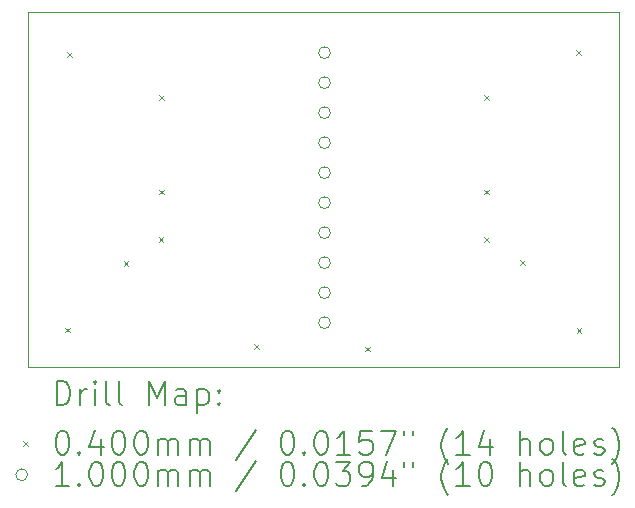
<source format=gbr>
%TF.GenerationSoftware,KiCad,Pcbnew,7.0.2*%
%TF.CreationDate,2023-11-04T13:59:20-04:00*%
%TF.ProjectId,AntSniffer,416e7453-6e69-4666-9665-722e6b696361,rev?*%
%TF.SameCoordinates,Original*%
%TF.FileFunction,Drillmap*%
%TF.FilePolarity,Positive*%
%FSLAX45Y45*%
G04 Gerber Fmt 4.5, Leading zero omitted, Abs format (unit mm)*
G04 Created by KiCad (PCBNEW 7.0.2) date 2023-11-04 13:59:20*
%MOMM*%
%LPD*%
G01*
G04 APERTURE LIST*
%ADD10C,0.100000*%
%ADD11C,0.200000*%
%ADD12C,0.040000*%
G04 APERTURE END LIST*
D10*
X14348460Y-4254500D02*
X19354800Y-4254500D01*
X19354800Y-7261860D01*
X14348460Y-7261860D01*
X14348460Y-4254500D01*
D11*
D12*
X14663740Y-6924360D02*
X14703740Y-6964360D01*
X14703740Y-6924360D02*
X14663740Y-6964360D01*
X14681520Y-4592640D02*
X14721520Y-4632640D01*
X14721520Y-4592640D02*
X14681520Y-4632640D01*
X15156500Y-6360480D02*
X15196500Y-6400480D01*
X15196500Y-6360480D02*
X15156500Y-6400480D01*
X15453680Y-6157180D02*
X15493680Y-6197180D01*
X15493680Y-6157180D02*
X15453680Y-6197180D01*
X15456220Y-4957180D02*
X15496220Y-4997180D01*
X15496220Y-4957180D02*
X15456220Y-4997180D01*
X15456220Y-5757180D02*
X15496220Y-5797180D01*
X15496220Y-5757180D02*
X15456220Y-5797180D01*
X16261400Y-7064060D02*
X16301400Y-7104060D01*
X16301400Y-7064060D02*
X16261400Y-7104060D01*
X17201200Y-7086920D02*
X17241200Y-7126920D01*
X17241200Y-7086920D02*
X17201200Y-7126920D01*
X18209580Y-4955960D02*
X18249580Y-4995960D01*
X18249580Y-4955960D02*
X18209580Y-4995960D01*
X18209580Y-5755960D02*
X18249580Y-5795960D01*
X18249580Y-5755960D02*
X18209580Y-5795960D01*
X18209580Y-6155960D02*
X18249580Y-6195960D01*
X18249580Y-6155960D02*
X18209580Y-6195960D01*
X18511840Y-6355400D02*
X18551840Y-6395400D01*
X18551840Y-6355400D02*
X18511840Y-6395400D01*
X18989360Y-4577400D02*
X19029360Y-4617400D01*
X19029360Y-4577400D02*
X18989360Y-4617400D01*
X18991900Y-6931980D02*
X19031900Y-6971980D01*
X19031900Y-6931980D02*
X18991900Y-6971980D01*
D10*
X16907980Y-4597900D02*
G75*
G03*
X16907980Y-4597900I-50000J0D01*
G01*
X16907980Y-4851900D02*
G75*
G03*
X16907980Y-4851900I-50000J0D01*
G01*
X16907980Y-5105900D02*
G75*
G03*
X16907980Y-5105900I-50000J0D01*
G01*
X16907980Y-5359900D02*
G75*
G03*
X16907980Y-5359900I-50000J0D01*
G01*
X16907980Y-5613900D02*
G75*
G03*
X16907980Y-5613900I-50000J0D01*
G01*
X16907980Y-5867900D02*
G75*
G03*
X16907980Y-5867900I-50000J0D01*
G01*
X16907980Y-6121900D02*
G75*
G03*
X16907980Y-6121900I-50000J0D01*
G01*
X16907980Y-6375900D02*
G75*
G03*
X16907980Y-6375900I-50000J0D01*
G01*
X16907980Y-6629900D02*
G75*
G03*
X16907980Y-6629900I-50000J0D01*
G01*
X16907980Y-6883900D02*
G75*
G03*
X16907980Y-6883900I-50000J0D01*
G01*
D11*
X14591079Y-7579384D02*
X14591079Y-7379384D01*
X14591079Y-7379384D02*
X14638698Y-7379384D01*
X14638698Y-7379384D02*
X14667269Y-7388908D01*
X14667269Y-7388908D02*
X14686317Y-7407955D01*
X14686317Y-7407955D02*
X14695841Y-7427003D01*
X14695841Y-7427003D02*
X14705365Y-7465098D01*
X14705365Y-7465098D02*
X14705365Y-7493669D01*
X14705365Y-7493669D02*
X14695841Y-7531765D01*
X14695841Y-7531765D02*
X14686317Y-7550812D01*
X14686317Y-7550812D02*
X14667269Y-7569860D01*
X14667269Y-7569860D02*
X14638698Y-7579384D01*
X14638698Y-7579384D02*
X14591079Y-7579384D01*
X14791079Y-7579384D02*
X14791079Y-7446050D01*
X14791079Y-7484146D02*
X14800603Y-7465098D01*
X14800603Y-7465098D02*
X14810127Y-7455574D01*
X14810127Y-7455574D02*
X14829174Y-7446050D01*
X14829174Y-7446050D02*
X14848222Y-7446050D01*
X14914888Y-7579384D02*
X14914888Y-7446050D01*
X14914888Y-7379384D02*
X14905365Y-7388908D01*
X14905365Y-7388908D02*
X14914888Y-7398431D01*
X14914888Y-7398431D02*
X14924412Y-7388908D01*
X14924412Y-7388908D02*
X14914888Y-7379384D01*
X14914888Y-7379384D02*
X14914888Y-7398431D01*
X15038698Y-7579384D02*
X15019650Y-7569860D01*
X15019650Y-7569860D02*
X15010127Y-7550812D01*
X15010127Y-7550812D02*
X15010127Y-7379384D01*
X15143460Y-7579384D02*
X15124412Y-7569860D01*
X15124412Y-7569860D02*
X15114888Y-7550812D01*
X15114888Y-7550812D02*
X15114888Y-7379384D01*
X15372031Y-7579384D02*
X15372031Y-7379384D01*
X15372031Y-7379384D02*
X15438698Y-7522241D01*
X15438698Y-7522241D02*
X15505365Y-7379384D01*
X15505365Y-7379384D02*
X15505365Y-7579384D01*
X15686317Y-7579384D02*
X15686317Y-7474622D01*
X15686317Y-7474622D02*
X15676793Y-7455574D01*
X15676793Y-7455574D02*
X15657746Y-7446050D01*
X15657746Y-7446050D02*
X15619650Y-7446050D01*
X15619650Y-7446050D02*
X15600603Y-7455574D01*
X15686317Y-7569860D02*
X15667269Y-7579384D01*
X15667269Y-7579384D02*
X15619650Y-7579384D01*
X15619650Y-7579384D02*
X15600603Y-7569860D01*
X15600603Y-7569860D02*
X15591079Y-7550812D01*
X15591079Y-7550812D02*
X15591079Y-7531765D01*
X15591079Y-7531765D02*
X15600603Y-7512717D01*
X15600603Y-7512717D02*
X15619650Y-7503193D01*
X15619650Y-7503193D02*
X15667269Y-7503193D01*
X15667269Y-7503193D02*
X15686317Y-7493669D01*
X15781555Y-7446050D02*
X15781555Y-7646050D01*
X15781555Y-7455574D02*
X15800603Y-7446050D01*
X15800603Y-7446050D02*
X15838698Y-7446050D01*
X15838698Y-7446050D02*
X15857746Y-7455574D01*
X15857746Y-7455574D02*
X15867269Y-7465098D01*
X15867269Y-7465098D02*
X15876793Y-7484146D01*
X15876793Y-7484146D02*
X15876793Y-7541288D01*
X15876793Y-7541288D02*
X15867269Y-7560336D01*
X15867269Y-7560336D02*
X15857746Y-7569860D01*
X15857746Y-7569860D02*
X15838698Y-7579384D01*
X15838698Y-7579384D02*
X15800603Y-7579384D01*
X15800603Y-7579384D02*
X15781555Y-7569860D01*
X15962508Y-7560336D02*
X15972031Y-7569860D01*
X15972031Y-7569860D02*
X15962508Y-7579384D01*
X15962508Y-7579384D02*
X15952984Y-7569860D01*
X15952984Y-7569860D02*
X15962508Y-7560336D01*
X15962508Y-7560336D02*
X15962508Y-7579384D01*
X15962508Y-7455574D02*
X15972031Y-7465098D01*
X15972031Y-7465098D02*
X15962508Y-7474622D01*
X15962508Y-7474622D02*
X15952984Y-7465098D01*
X15952984Y-7465098D02*
X15962508Y-7455574D01*
X15962508Y-7455574D02*
X15962508Y-7474622D01*
D12*
X14303460Y-7886860D02*
X14343460Y-7926860D01*
X14343460Y-7886860D02*
X14303460Y-7926860D01*
D11*
X14629174Y-7799384D02*
X14648222Y-7799384D01*
X14648222Y-7799384D02*
X14667269Y-7808908D01*
X14667269Y-7808908D02*
X14676793Y-7818431D01*
X14676793Y-7818431D02*
X14686317Y-7837479D01*
X14686317Y-7837479D02*
X14695841Y-7875574D01*
X14695841Y-7875574D02*
X14695841Y-7923193D01*
X14695841Y-7923193D02*
X14686317Y-7961288D01*
X14686317Y-7961288D02*
X14676793Y-7980336D01*
X14676793Y-7980336D02*
X14667269Y-7989860D01*
X14667269Y-7989860D02*
X14648222Y-7999384D01*
X14648222Y-7999384D02*
X14629174Y-7999384D01*
X14629174Y-7999384D02*
X14610127Y-7989860D01*
X14610127Y-7989860D02*
X14600603Y-7980336D01*
X14600603Y-7980336D02*
X14591079Y-7961288D01*
X14591079Y-7961288D02*
X14581555Y-7923193D01*
X14581555Y-7923193D02*
X14581555Y-7875574D01*
X14581555Y-7875574D02*
X14591079Y-7837479D01*
X14591079Y-7837479D02*
X14600603Y-7818431D01*
X14600603Y-7818431D02*
X14610127Y-7808908D01*
X14610127Y-7808908D02*
X14629174Y-7799384D01*
X14781555Y-7980336D02*
X14791079Y-7989860D01*
X14791079Y-7989860D02*
X14781555Y-7999384D01*
X14781555Y-7999384D02*
X14772031Y-7989860D01*
X14772031Y-7989860D02*
X14781555Y-7980336D01*
X14781555Y-7980336D02*
X14781555Y-7999384D01*
X14962508Y-7866050D02*
X14962508Y-7999384D01*
X14914888Y-7789860D02*
X14867269Y-7932717D01*
X14867269Y-7932717D02*
X14991079Y-7932717D01*
X15105365Y-7799384D02*
X15124412Y-7799384D01*
X15124412Y-7799384D02*
X15143460Y-7808908D01*
X15143460Y-7808908D02*
X15152984Y-7818431D01*
X15152984Y-7818431D02*
X15162508Y-7837479D01*
X15162508Y-7837479D02*
X15172031Y-7875574D01*
X15172031Y-7875574D02*
X15172031Y-7923193D01*
X15172031Y-7923193D02*
X15162508Y-7961288D01*
X15162508Y-7961288D02*
X15152984Y-7980336D01*
X15152984Y-7980336D02*
X15143460Y-7989860D01*
X15143460Y-7989860D02*
X15124412Y-7999384D01*
X15124412Y-7999384D02*
X15105365Y-7999384D01*
X15105365Y-7999384D02*
X15086317Y-7989860D01*
X15086317Y-7989860D02*
X15076793Y-7980336D01*
X15076793Y-7980336D02*
X15067269Y-7961288D01*
X15067269Y-7961288D02*
X15057746Y-7923193D01*
X15057746Y-7923193D02*
X15057746Y-7875574D01*
X15057746Y-7875574D02*
X15067269Y-7837479D01*
X15067269Y-7837479D02*
X15076793Y-7818431D01*
X15076793Y-7818431D02*
X15086317Y-7808908D01*
X15086317Y-7808908D02*
X15105365Y-7799384D01*
X15295841Y-7799384D02*
X15314889Y-7799384D01*
X15314889Y-7799384D02*
X15333936Y-7808908D01*
X15333936Y-7808908D02*
X15343460Y-7818431D01*
X15343460Y-7818431D02*
X15352984Y-7837479D01*
X15352984Y-7837479D02*
X15362508Y-7875574D01*
X15362508Y-7875574D02*
X15362508Y-7923193D01*
X15362508Y-7923193D02*
X15352984Y-7961288D01*
X15352984Y-7961288D02*
X15343460Y-7980336D01*
X15343460Y-7980336D02*
X15333936Y-7989860D01*
X15333936Y-7989860D02*
X15314889Y-7999384D01*
X15314889Y-7999384D02*
X15295841Y-7999384D01*
X15295841Y-7999384D02*
X15276793Y-7989860D01*
X15276793Y-7989860D02*
X15267269Y-7980336D01*
X15267269Y-7980336D02*
X15257746Y-7961288D01*
X15257746Y-7961288D02*
X15248222Y-7923193D01*
X15248222Y-7923193D02*
X15248222Y-7875574D01*
X15248222Y-7875574D02*
X15257746Y-7837479D01*
X15257746Y-7837479D02*
X15267269Y-7818431D01*
X15267269Y-7818431D02*
X15276793Y-7808908D01*
X15276793Y-7808908D02*
X15295841Y-7799384D01*
X15448222Y-7999384D02*
X15448222Y-7866050D01*
X15448222Y-7885098D02*
X15457746Y-7875574D01*
X15457746Y-7875574D02*
X15476793Y-7866050D01*
X15476793Y-7866050D02*
X15505365Y-7866050D01*
X15505365Y-7866050D02*
X15524412Y-7875574D01*
X15524412Y-7875574D02*
X15533936Y-7894622D01*
X15533936Y-7894622D02*
X15533936Y-7999384D01*
X15533936Y-7894622D02*
X15543460Y-7875574D01*
X15543460Y-7875574D02*
X15562508Y-7866050D01*
X15562508Y-7866050D02*
X15591079Y-7866050D01*
X15591079Y-7866050D02*
X15610127Y-7875574D01*
X15610127Y-7875574D02*
X15619650Y-7894622D01*
X15619650Y-7894622D02*
X15619650Y-7999384D01*
X15714889Y-7999384D02*
X15714889Y-7866050D01*
X15714889Y-7885098D02*
X15724412Y-7875574D01*
X15724412Y-7875574D02*
X15743460Y-7866050D01*
X15743460Y-7866050D02*
X15772031Y-7866050D01*
X15772031Y-7866050D02*
X15791079Y-7875574D01*
X15791079Y-7875574D02*
X15800603Y-7894622D01*
X15800603Y-7894622D02*
X15800603Y-7999384D01*
X15800603Y-7894622D02*
X15810127Y-7875574D01*
X15810127Y-7875574D02*
X15829174Y-7866050D01*
X15829174Y-7866050D02*
X15857746Y-7866050D01*
X15857746Y-7866050D02*
X15876793Y-7875574D01*
X15876793Y-7875574D02*
X15886317Y-7894622D01*
X15886317Y-7894622D02*
X15886317Y-7999384D01*
X16276793Y-7789860D02*
X16105365Y-8047003D01*
X16533936Y-7799384D02*
X16552984Y-7799384D01*
X16552984Y-7799384D02*
X16572032Y-7808908D01*
X16572032Y-7808908D02*
X16581555Y-7818431D01*
X16581555Y-7818431D02*
X16591079Y-7837479D01*
X16591079Y-7837479D02*
X16600603Y-7875574D01*
X16600603Y-7875574D02*
X16600603Y-7923193D01*
X16600603Y-7923193D02*
X16591079Y-7961288D01*
X16591079Y-7961288D02*
X16581555Y-7980336D01*
X16581555Y-7980336D02*
X16572032Y-7989860D01*
X16572032Y-7989860D02*
X16552984Y-7999384D01*
X16552984Y-7999384D02*
X16533936Y-7999384D01*
X16533936Y-7999384D02*
X16514889Y-7989860D01*
X16514889Y-7989860D02*
X16505365Y-7980336D01*
X16505365Y-7980336D02*
X16495841Y-7961288D01*
X16495841Y-7961288D02*
X16486317Y-7923193D01*
X16486317Y-7923193D02*
X16486317Y-7875574D01*
X16486317Y-7875574D02*
X16495841Y-7837479D01*
X16495841Y-7837479D02*
X16505365Y-7818431D01*
X16505365Y-7818431D02*
X16514889Y-7808908D01*
X16514889Y-7808908D02*
X16533936Y-7799384D01*
X16686317Y-7980336D02*
X16695841Y-7989860D01*
X16695841Y-7989860D02*
X16686317Y-7999384D01*
X16686317Y-7999384D02*
X16676793Y-7989860D01*
X16676793Y-7989860D02*
X16686317Y-7980336D01*
X16686317Y-7980336D02*
X16686317Y-7999384D01*
X16819651Y-7799384D02*
X16838698Y-7799384D01*
X16838698Y-7799384D02*
X16857746Y-7808908D01*
X16857746Y-7808908D02*
X16867270Y-7818431D01*
X16867270Y-7818431D02*
X16876794Y-7837479D01*
X16876794Y-7837479D02*
X16886317Y-7875574D01*
X16886317Y-7875574D02*
X16886317Y-7923193D01*
X16886317Y-7923193D02*
X16876794Y-7961288D01*
X16876794Y-7961288D02*
X16867270Y-7980336D01*
X16867270Y-7980336D02*
X16857746Y-7989860D01*
X16857746Y-7989860D02*
X16838698Y-7999384D01*
X16838698Y-7999384D02*
X16819651Y-7999384D01*
X16819651Y-7999384D02*
X16800603Y-7989860D01*
X16800603Y-7989860D02*
X16791079Y-7980336D01*
X16791079Y-7980336D02*
X16781555Y-7961288D01*
X16781555Y-7961288D02*
X16772032Y-7923193D01*
X16772032Y-7923193D02*
X16772032Y-7875574D01*
X16772032Y-7875574D02*
X16781555Y-7837479D01*
X16781555Y-7837479D02*
X16791079Y-7818431D01*
X16791079Y-7818431D02*
X16800603Y-7808908D01*
X16800603Y-7808908D02*
X16819651Y-7799384D01*
X17076794Y-7999384D02*
X16962508Y-7999384D01*
X17019651Y-7999384D02*
X17019651Y-7799384D01*
X17019651Y-7799384D02*
X17000603Y-7827955D01*
X17000603Y-7827955D02*
X16981555Y-7847003D01*
X16981555Y-7847003D02*
X16962508Y-7856527D01*
X17257746Y-7799384D02*
X17162508Y-7799384D01*
X17162508Y-7799384D02*
X17152984Y-7894622D01*
X17152984Y-7894622D02*
X17162508Y-7885098D01*
X17162508Y-7885098D02*
X17181555Y-7875574D01*
X17181555Y-7875574D02*
X17229175Y-7875574D01*
X17229175Y-7875574D02*
X17248222Y-7885098D01*
X17248222Y-7885098D02*
X17257746Y-7894622D01*
X17257746Y-7894622D02*
X17267270Y-7913669D01*
X17267270Y-7913669D02*
X17267270Y-7961288D01*
X17267270Y-7961288D02*
X17257746Y-7980336D01*
X17257746Y-7980336D02*
X17248222Y-7989860D01*
X17248222Y-7989860D02*
X17229175Y-7999384D01*
X17229175Y-7999384D02*
X17181555Y-7999384D01*
X17181555Y-7999384D02*
X17162508Y-7989860D01*
X17162508Y-7989860D02*
X17152984Y-7980336D01*
X17333936Y-7799384D02*
X17467270Y-7799384D01*
X17467270Y-7799384D02*
X17381555Y-7999384D01*
X17533936Y-7799384D02*
X17533936Y-7837479D01*
X17610127Y-7799384D02*
X17610127Y-7837479D01*
X17905365Y-8075574D02*
X17895841Y-8066050D01*
X17895841Y-8066050D02*
X17876794Y-8037479D01*
X17876794Y-8037479D02*
X17867270Y-8018431D01*
X17867270Y-8018431D02*
X17857746Y-7989860D01*
X17857746Y-7989860D02*
X17848222Y-7942241D01*
X17848222Y-7942241D02*
X17848222Y-7904146D01*
X17848222Y-7904146D02*
X17857746Y-7856527D01*
X17857746Y-7856527D02*
X17867270Y-7827955D01*
X17867270Y-7827955D02*
X17876794Y-7808908D01*
X17876794Y-7808908D02*
X17895841Y-7780336D01*
X17895841Y-7780336D02*
X17905365Y-7770812D01*
X18086317Y-7999384D02*
X17972032Y-7999384D01*
X18029175Y-7999384D02*
X18029175Y-7799384D01*
X18029175Y-7799384D02*
X18010127Y-7827955D01*
X18010127Y-7827955D02*
X17991079Y-7847003D01*
X17991079Y-7847003D02*
X17972032Y-7856527D01*
X18257746Y-7866050D02*
X18257746Y-7999384D01*
X18210127Y-7789860D02*
X18162508Y-7932717D01*
X18162508Y-7932717D02*
X18286317Y-7932717D01*
X18514889Y-7999384D02*
X18514889Y-7799384D01*
X18600603Y-7999384D02*
X18600603Y-7894622D01*
X18600603Y-7894622D02*
X18591079Y-7875574D01*
X18591079Y-7875574D02*
X18572032Y-7866050D01*
X18572032Y-7866050D02*
X18543460Y-7866050D01*
X18543460Y-7866050D02*
X18524413Y-7875574D01*
X18524413Y-7875574D02*
X18514889Y-7885098D01*
X18724413Y-7999384D02*
X18705365Y-7989860D01*
X18705365Y-7989860D02*
X18695841Y-7980336D01*
X18695841Y-7980336D02*
X18686318Y-7961288D01*
X18686318Y-7961288D02*
X18686318Y-7904146D01*
X18686318Y-7904146D02*
X18695841Y-7885098D01*
X18695841Y-7885098D02*
X18705365Y-7875574D01*
X18705365Y-7875574D02*
X18724413Y-7866050D01*
X18724413Y-7866050D02*
X18752984Y-7866050D01*
X18752984Y-7866050D02*
X18772032Y-7875574D01*
X18772032Y-7875574D02*
X18781556Y-7885098D01*
X18781556Y-7885098D02*
X18791079Y-7904146D01*
X18791079Y-7904146D02*
X18791079Y-7961288D01*
X18791079Y-7961288D02*
X18781556Y-7980336D01*
X18781556Y-7980336D02*
X18772032Y-7989860D01*
X18772032Y-7989860D02*
X18752984Y-7999384D01*
X18752984Y-7999384D02*
X18724413Y-7999384D01*
X18905365Y-7999384D02*
X18886318Y-7989860D01*
X18886318Y-7989860D02*
X18876794Y-7970812D01*
X18876794Y-7970812D02*
X18876794Y-7799384D01*
X19057746Y-7989860D02*
X19038699Y-7999384D01*
X19038699Y-7999384D02*
X19000603Y-7999384D01*
X19000603Y-7999384D02*
X18981556Y-7989860D01*
X18981556Y-7989860D02*
X18972032Y-7970812D01*
X18972032Y-7970812D02*
X18972032Y-7894622D01*
X18972032Y-7894622D02*
X18981556Y-7875574D01*
X18981556Y-7875574D02*
X19000603Y-7866050D01*
X19000603Y-7866050D02*
X19038699Y-7866050D01*
X19038699Y-7866050D02*
X19057746Y-7875574D01*
X19057746Y-7875574D02*
X19067270Y-7894622D01*
X19067270Y-7894622D02*
X19067270Y-7913669D01*
X19067270Y-7913669D02*
X18972032Y-7932717D01*
X19143460Y-7989860D02*
X19162508Y-7999384D01*
X19162508Y-7999384D02*
X19200603Y-7999384D01*
X19200603Y-7999384D02*
X19219651Y-7989860D01*
X19219651Y-7989860D02*
X19229175Y-7970812D01*
X19229175Y-7970812D02*
X19229175Y-7961288D01*
X19229175Y-7961288D02*
X19219651Y-7942241D01*
X19219651Y-7942241D02*
X19200603Y-7932717D01*
X19200603Y-7932717D02*
X19172032Y-7932717D01*
X19172032Y-7932717D02*
X19152984Y-7923193D01*
X19152984Y-7923193D02*
X19143460Y-7904146D01*
X19143460Y-7904146D02*
X19143460Y-7894622D01*
X19143460Y-7894622D02*
X19152984Y-7875574D01*
X19152984Y-7875574D02*
X19172032Y-7866050D01*
X19172032Y-7866050D02*
X19200603Y-7866050D01*
X19200603Y-7866050D02*
X19219651Y-7875574D01*
X19295841Y-8075574D02*
X19305365Y-8066050D01*
X19305365Y-8066050D02*
X19324413Y-8037479D01*
X19324413Y-8037479D02*
X19333937Y-8018431D01*
X19333937Y-8018431D02*
X19343460Y-7989860D01*
X19343460Y-7989860D02*
X19352984Y-7942241D01*
X19352984Y-7942241D02*
X19352984Y-7904146D01*
X19352984Y-7904146D02*
X19343460Y-7856527D01*
X19343460Y-7856527D02*
X19333937Y-7827955D01*
X19333937Y-7827955D02*
X19324413Y-7808908D01*
X19324413Y-7808908D02*
X19305365Y-7780336D01*
X19305365Y-7780336D02*
X19295841Y-7770812D01*
D10*
X14343460Y-8170860D02*
G75*
G03*
X14343460Y-8170860I-50000J0D01*
G01*
D11*
X14695841Y-8263384D02*
X14581555Y-8263384D01*
X14638698Y-8263384D02*
X14638698Y-8063384D01*
X14638698Y-8063384D02*
X14619650Y-8091955D01*
X14619650Y-8091955D02*
X14600603Y-8111003D01*
X14600603Y-8111003D02*
X14581555Y-8120527D01*
X14781555Y-8244336D02*
X14791079Y-8253860D01*
X14791079Y-8253860D02*
X14781555Y-8263384D01*
X14781555Y-8263384D02*
X14772031Y-8253860D01*
X14772031Y-8253860D02*
X14781555Y-8244336D01*
X14781555Y-8244336D02*
X14781555Y-8263384D01*
X14914888Y-8063384D02*
X14933936Y-8063384D01*
X14933936Y-8063384D02*
X14952984Y-8072908D01*
X14952984Y-8072908D02*
X14962508Y-8082431D01*
X14962508Y-8082431D02*
X14972031Y-8101479D01*
X14972031Y-8101479D02*
X14981555Y-8139574D01*
X14981555Y-8139574D02*
X14981555Y-8187193D01*
X14981555Y-8187193D02*
X14972031Y-8225288D01*
X14972031Y-8225288D02*
X14962508Y-8244336D01*
X14962508Y-8244336D02*
X14952984Y-8253860D01*
X14952984Y-8253860D02*
X14933936Y-8263384D01*
X14933936Y-8263384D02*
X14914888Y-8263384D01*
X14914888Y-8263384D02*
X14895841Y-8253860D01*
X14895841Y-8253860D02*
X14886317Y-8244336D01*
X14886317Y-8244336D02*
X14876793Y-8225288D01*
X14876793Y-8225288D02*
X14867269Y-8187193D01*
X14867269Y-8187193D02*
X14867269Y-8139574D01*
X14867269Y-8139574D02*
X14876793Y-8101479D01*
X14876793Y-8101479D02*
X14886317Y-8082431D01*
X14886317Y-8082431D02*
X14895841Y-8072908D01*
X14895841Y-8072908D02*
X14914888Y-8063384D01*
X15105365Y-8063384D02*
X15124412Y-8063384D01*
X15124412Y-8063384D02*
X15143460Y-8072908D01*
X15143460Y-8072908D02*
X15152984Y-8082431D01*
X15152984Y-8082431D02*
X15162508Y-8101479D01*
X15162508Y-8101479D02*
X15172031Y-8139574D01*
X15172031Y-8139574D02*
X15172031Y-8187193D01*
X15172031Y-8187193D02*
X15162508Y-8225288D01*
X15162508Y-8225288D02*
X15152984Y-8244336D01*
X15152984Y-8244336D02*
X15143460Y-8253860D01*
X15143460Y-8253860D02*
X15124412Y-8263384D01*
X15124412Y-8263384D02*
X15105365Y-8263384D01*
X15105365Y-8263384D02*
X15086317Y-8253860D01*
X15086317Y-8253860D02*
X15076793Y-8244336D01*
X15076793Y-8244336D02*
X15067269Y-8225288D01*
X15067269Y-8225288D02*
X15057746Y-8187193D01*
X15057746Y-8187193D02*
X15057746Y-8139574D01*
X15057746Y-8139574D02*
X15067269Y-8101479D01*
X15067269Y-8101479D02*
X15076793Y-8082431D01*
X15076793Y-8082431D02*
X15086317Y-8072908D01*
X15086317Y-8072908D02*
X15105365Y-8063384D01*
X15295841Y-8063384D02*
X15314889Y-8063384D01*
X15314889Y-8063384D02*
X15333936Y-8072908D01*
X15333936Y-8072908D02*
X15343460Y-8082431D01*
X15343460Y-8082431D02*
X15352984Y-8101479D01*
X15352984Y-8101479D02*
X15362508Y-8139574D01*
X15362508Y-8139574D02*
X15362508Y-8187193D01*
X15362508Y-8187193D02*
X15352984Y-8225288D01*
X15352984Y-8225288D02*
X15343460Y-8244336D01*
X15343460Y-8244336D02*
X15333936Y-8253860D01*
X15333936Y-8253860D02*
X15314889Y-8263384D01*
X15314889Y-8263384D02*
X15295841Y-8263384D01*
X15295841Y-8263384D02*
X15276793Y-8253860D01*
X15276793Y-8253860D02*
X15267269Y-8244336D01*
X15267269Y-8244336D02*
X15257746Y-8225288D01*
X15257746Y-8225288D02*
X15248222Y-8187193D01*
X15248222Y-8187193D02*
X15248222Y-8139574D01*
X15248222Y-8139574D02*
X15257746Y-8101479D01*
X15257746Y-8101479D02*
X15267269Y-8082431D01*
X15267269Y-8082431D02*
X15276793Y-8072908D01*
X15276793Y-8072908D02*
X15295841Y-8063384D01*
X15448222Y-8263384D02*
X15448222Y-8130050D01*
X15448222Y-8149098D02*
X15457746Y-8139574D01*
X15457746Y-8139574D02*
X15476793Y-8130050D01*
X15476793Y-8130050D02*
X15505365Y-8130050D01*
X15505365Y-8130050D02*
X15524412Y-8139574D01*
X15524412Y-8139574D02*
X15533936Y-8158622D01*
X15533936Y-8158622D02*
X15533936Y-8263384D01*
X15533936Y-8158622D02*
X15543460Y-8139574D01*
X15543460Y-8139574D02*
X15562508Y-8130050D01*
X15562508Y-8130050D02*
X15591079Y-8130050D01*
X15591079Y-8130050D02*
X15610127Y-8139574D01*
X15610127Y-8139574D02*
X15619650Y-8158622D01*
X15619650Y-8158622D02*
X15619650Y-8263384D01*
X15714889Y-8263384D02*
X15714889Y-8130050D01*
X15714889Y-8149098D02*
X15724412Y-8139574D01*
X15724412Y-8139574D02*
X15743460Y-8130050D01*
X15743460Y-8130050D02*
X15772031Y-8130050D01*
X15772031Y-8130050D02*
X15791079Y-8139574D01*
X15791079Y-8139574D02*
X15800603Y-8158622D01*
X15800603Y-8158622D02*
X15800603Y-8263384D01*
X15800603Y-8158622D02*
X15810127Y-8139574D01*
X15810127Y-8139574D02*
X15829174Y-8130050D01*
X15829174Y-8130050D02*
X15857746Y-8130050D01*
X15857746Y-8130050D02*
X15876793Y-8139574D01*
X15876793Y-8139574D02*
X15886317Y-8158622D01*
X15886317Y-8158622D02*
X15886317Y-8263384D01*
X16276793Y-8053860D02*
X16105365Y-8311003D01*
X16533936Y-8063384D02*
X16552984Y-8063384D01*
X16552984Y-8063384D02*
X16572032Y-8072908D01*
X16572032Y-8072908D02*
X16581555Y-8082431D01*
X16581555Y-8082431D02*
X16591079Y-8101479D01*
X16591079Y-8101479D02*
X16600603Y-8139574D01*
X16600603Y-8139574D02*
X16600603Y-8187193D01*
X16600603Y-8187193D02*
X16591079Y-8225288D01*
X16591079Y-8225288D02*
X16581555Y-8244336D01*
X16581555Y-8244336D02*
X16572032Y-8253860D01*
X16572032Y-8253860D02*
X16552984Y-8263384D01*
X16552984Y-8263384D02*
X16533936Y-8263384D01*
X16533936Y-8263384D02*
X16514889Y-8253860D01*
X16514889Y-8253860D02*
X16505365Y-8244336D01*
X16505365Y-8244336D02*
X16495841Y-8225288D01*
X16495841Y-8225288D02*
X16486317Y-8187193D01*
X16486317Y-8187193D02*
X16486317Y-8139574D01*
X16486317Y-8139574D02*
X16495841Y-8101479D01*
X16495841Y-8101479D02*
X16505365Y-8082431D01*
X16505365Y-8082431D02*
X16514889Y-8072908D01*
X16514889Y-8072908D02*
X16533936Y-8063384D01*
X16686317Y-8244336D02*
X16695841Y-8253860D01*
X16695841Y-8253860D02*
X16686317Y-8263384D01*
X16686317Y-8263384D02*
X16676793Y-8253860D01*
X16676793Y-8253860D02*
X16686317Y-8244336D01*
X16686317Y-8244336D02*
X16686317Y-8263384D01*
X16819651Y-8063384D02*
X16838698Y-8063384D01*
X16838698Y-8063384D02*
X16857746Y-8072908D01*
X16857746Y-8072908D02*
X16867270Y-8082431D01*
X16867270Y-8082431D02*
X16876794Y-8101479D01*
X16876794Y-8101479D02*
X16886317Y-8139574D01*
X16886317Y-8139574D02*
X16886317Y-8187193D01*
X16886317Y-8187193D02*
X16876794Y-8225288D01*
X16876794Y-8225288D02*
X16867270Y-8244336D01*
X16867270Y-8244336D02*
X16857746Y-8253860D01*
X16857746Y-8253860D02*
X16838698Y-8263384D01*
X16838698Y-8263384D02*
X16819651Y-8263384D01*
X16819651Y-8263384D02*
X16800603Y-8253860D01*
X16800603Y-8253860D02*
X16791079Y-8244336D01*
X16791079Y-8244336D02*
X16781555Y-8225288D01*
X16781555Y-8225288D02*
X16772032Y-8187193D01*
X16772032Y-8187193D02*
X16772032Y-8139574D01*
X16772032Y-8139574D02*
X16781555Y-8101479D01*
X16781555Y-8101479D02*
X16791079Y-8082431D01*
X16791079Y-8082431D02*
X16800603Y-8072908D01*
X16800603Y-8072908D02*
X16819651Y-8063384D01*
X16952984Y-8063384D02*
X17076794Y-8063384D01*
X17076794Y-8063384D02*
X17010127Y-8139574D01*
X17010127Y-8139574D02*
X17038698Y-8139574D01*
X17038698Y-8139574D02*
X17057746Y-8149098D01*
X17057746Y-8149098D02*
X17067270Y-8158622D01*
X17067270Y-8158622D02*
X17076794Y-8177669D01*
X17076794Y-8177669D02*
X17076794Y-8225288D01*
X17076794Y-8225288D02*
X17067270Y-8244336D01*
X17067270Y-8244336D02*
X17057746Y-8253860D01*
X17057746Y-8253860D02*
X17038698Y-8263384D01*
X17038698Y-8263384D02*
X16981555Y-8263384D01*
X16981555Y-8263384D02*
X16962508Y-8253860D01*
X16962508Y-8253860D02*
X16952984Y-8244336D01*
X17172032Y-8263384D02*
X17210127Y-8263384D01*
X17210127Y-8263384D02*
X17229175Y-8253860D01*
X17229175Y-8253860D02*
X17238698Y-8244336D01*
X17238698Y-8244336D02*
X17257746Y-8215765D01*
X17257746Y-8215765D02*
X17267270Y-8177669D01*
X17267270Y-8177669D02*
X17267270Y-8101479D01*
X17267270Y-8101479D02*
X17257746Y-8082431D01*
X17257746Y-8082431D02*
X17248222Y-8072908D01*
X17248222Y-8072908D02*
X17229175Y-8063384D01*
X17229175Y-8063384D02*
X17191079Y-8063384D01*
X17191079Y-8063384D02*
X17172032Y-8072908D01*
X17172032Y-8072908D02*
X17162508Y-8082431D01*
X17162508Y-8082431D02*
X17152984Y-8101479D01*
X17152984Y-8101479D02*
X17152984Y-8149098D01*
X17152984Y-8149098D02*
X17162508Y-8168146D01*
X17162508Y-8168146D02*
X17172032Y-8177669D01*
X17172032Y-8177669D02*
X17191079Y-8187193D01*
X17191079Y-8187193D02*
X17229175Y-8187193D01*
X17229175Y-8187193D02*
X17248222Y-8177669D01*
X17248222Y-8177669D02*
X17257746Y-8168146D01*
X17257746Y-8168146D02*
X17267270Y-8149098D01*
X17438698Y-8130050D02*
X17438698Y-8263384D01*
X17391079Y-8053860D02*
X17343460Y-8196717D01*
X17343460Y-8196717D02*
X17467270Y-8196717D01*
X17533936Y-8063384D02*
X17533936Y-8101479D01*
X17610127Y-8063384D02*
X17610127Y-8101479D01*
X17905365Y-8339574D02*
X17895841Y-8330050D01*
X17895841Y-8330050D02*
X17876794Y-8301479D01*
X17876794Y-8301479D02*
X17867270Y-8282431D01*
X17867270Y-8282431D02*
X17857746Y-8253860D01*
X17857746Y-8253860D02*
X17848222Y-8206241D01*
X17848222Y-8206241D02*
X17848222Y-8168146D01*
X17848222Y-8168146D02*
X17857746Y-8120527D01*
X17857746Y-8120527D02*
X17867270Y-8091955D01*
X17867270Y-8091955D02*
X17876794Y-8072908D01*
X17876794Y-8072908D02*
X17895841Y-8044336D01*
X17895841Y-8044336D02*
X17905365Y-8034812D01*
X18086317Y-8263384D02*
X17972032Y-8263384D01*
X18029175Y-8263384D02*
X18029175Y-8063384D01*
X18029175Y-8063384D02*
X18010127Y-8091955D01*
X18010127Y-8091955D02*
X17991079Y-8111003D01*
X17991079Y-8111003D02*
X17972032Y-8120527D01*
X18210127Y-8063384D02*
X18229175Y-8063384D01*
X18229175Y-8063384D02*
X18248222Y-8072908D01*
X18248222Y-8072908D02*
X18257746Y-8082431D01*
X18257746Y-8082431D02*
X18267270Y-8101479D01*
X18267270Y-8101479D02*
X18276794Y-8139574D01*
X18276794Y-8139574D02*
X18276794Y-8187193D01*
X18276794Y-8187193D02*
X18267270Y-8225288D01*
X18267270Y-8225288D02*
X18257746Y-8244336D01*
X18257746Y-8244336D02*
X18248222Y-8253860D01*
X18248222Y-8253860D02*
X18229175Y-8263384D01*
X18229175Y-8263384D02*
X18210127Y-8263384D01*
X18210127Y-8263384D02*
X18191079Y-8253860D01*
X18191079Y-8253860D02*
X18181556Y-8244336D01*
X18181556Y-8244336D02*
X18172032Y-8225288D01*
X18172032Y-8225288D02*
X18162508Y-8187193D01*
X18162508Y-8187193D02*
X18162508Y-8139574D01*
X18162508Y-8139574D02*
X18172032Y-8101479D01*
X18172032Y-8101479D02*
X18181556Y-8082431D01*
X18181556Y-8082431D02*
X18191079Y-8072908D01*
X18191079Y-8072908D02*
X18210127Y-8063384D01*
X18514889Y-8263384D02*
X18514889Y-8063384D01*
X18600603Y-8263384D02*
X18600603Y-8158622D01*
X18600603Y-8158622D02*
X18591079Y-8139574D01*
X18591079Y-8139574D02*
X18572032Y-8130050D01*
X18572032Y-8130050D02*
X18543460Y-8130050D01*
X18543460Y-8130050D02*
X18524413Y-8139574D01*
X18524413Y-8139574D02*
X18514889Y-8149098D01*
X18724413Y-8263384D02*
X18705365Y-8253860D01*
X18705365Y-8253860D02*
X18695841Y-8244336D01*
X18695841Y-8244336D02*
X18686318Y-8225288D01*
X18686318Y-8225288D02*
X18686318Y-8168146D01*
X18686318Y-8168146D02*
X18695841Y-8149098D01*
X18695841Y-8149098D02*
X18705365Y-8139574D01*
X18705365Y-8139574D02*
X18724413Y-8130050D01*
X18724413Y-8130050D02*
X18752984Y-8130050D01*
X18752984Y-8130050D02*
X18772032Y-8139574D01*
X18772032Y-8139574D02*
X18781556Y-8149098D01*
X18781556Y-8149098D02*
X18791079Y-8168146D01*
X18791079Y-8168146D02*
X18791079Y-8225288D01*
X18791079Y-8225288D02*
X18781556Y-8244336D01*
X18781556Y-8244336D02*
X18772032Y-8253860D01*
X18772032Y-8253860D02*
X18752984Y-8263384D01*
X18752984Y-8263384D02*
X18724413Y-8263384D01*
X18905365Y-8263384D02*
X18886318Y-8253860D01*
X18886318Y-8253860D02*
X18876794Y-8234812D01*
X18876794Y-8234812D02*
X18876794Y-8063384D01*
X19057746Y-8253860D02*
X19038699Y-8263384D01*
X19038699Y-8263384D02*
X19000603Y-8263384D01*
X19000603Y-8263384D02*
X18981556Y-8253860D01*
X18981556Y-8253860D02*
X18972032Y-8234812D01*
X18972032Y-8234812D02*
X18972032Y-8158622D01*
X18972032Y-8158622D02*
X18981556Y-8139574D01*
X18981556Y-8139574D02*
X19000603Y-8130050D01*
X19000603Y-8130050D02*
X19038699Y-8130050D01*
X19038699Y-8130050D02*
X19057746Y-8139574D01*
X19057746Y-8139574D02*
X19067270Y-8158622D01*
X19067270Y-8158622D02*
X19067270Y-8177669D01*
X19067270Y-8177669D02*
X18972032Y-8196717D01*
X19143460Y-8253860D02*
X19162508Y-8263384D01*
X19162508Y-8263384D02*
X19200603Y-8263384D01*
X19200603Y-8263384D02*
X19219651Y-8253860D01*
X19219651Y-8253860D02*
X19229175Y-8234812D01*
X19229175Y-8234812D02*
X19229175Y-8225288D01*
X19229175Y-8225288D02*
X19219651Y-8206241D01*
X19219651Y-8206241D02*
X19200603Y-8196717D01*
X19200603Y-8196717D02*
X19172032Y-8196717D01*
X19172032Y-8196717D02*
X19152984Y-8187193D01*
X19152984Y-8187193D02*
X19143460Y-8168146D01*
X19143460Y-8168146D02*
X19143460Y-8158622D01*
X19143460Y-8158622D02*
X19152984Y-8139574D01*
X19152984Y-8139574D02*
X19172032Y-8130050D01*
X19172032Y-8130050D02*
X19200603Y-8130050D01*
X19200603Y-8130050D02*
X19219651Y-8139574D01*
X19295841Y-8339574D02*
X19305365Y-8330050D01*
X19305365Y-8330050D02*
X19324413Y-8301479D01*
X19324413Y-8301479D02*
X19333937Y-8282431D01*
X19333937Y-8282431D02*
X19343460Y-8253860D01*
X19343460Y-8253860D02*
X19352984Y-8206241D01*
X19352984Y-8206241D02*
X19352984Y-8168146D01*
X19352984Y-8168146D02*
X19343460Y-8120527D01*
X19343460Y-8120527D02*
X19333937Y-8091955D01*
X19333937Y-8091955D02*
X19324413Y-8072908D01*
X19324413Y-8072908D02*
X19305365Y-8044336D01*
X19305365Y-8044336D02*
X19295841Y-8034812D01*
M02*

</source>
